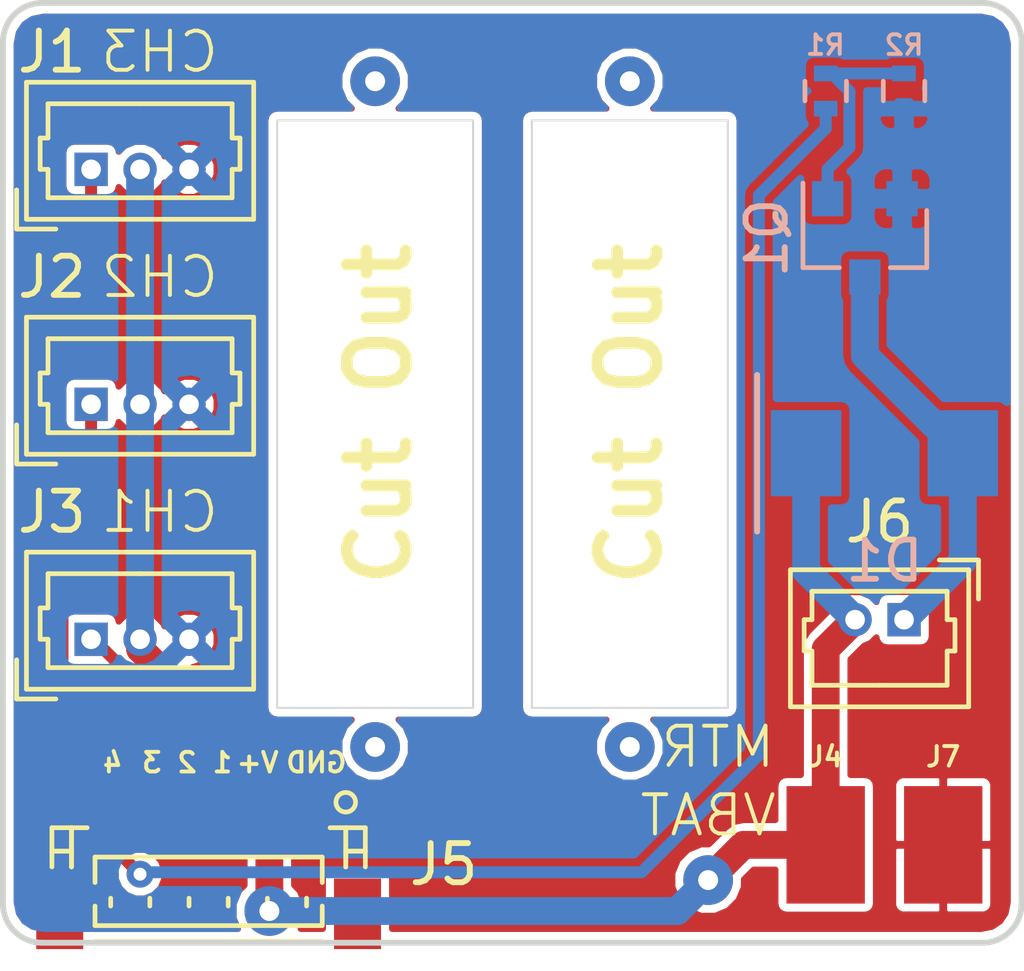
<source format=kicad_pcb>
(kicad_pcb (version 4) (host pcbnew 4.0.6)

  (general
    (links 20)
    (no_connects 0)
    (area 133.276171 87.924999 166.598829 112.877401)
    (thickness 1.6002)
    (drawings 29)
    (tracks 53)
    (zones 0)
    (modules 11)
    (nets 9)
  )

  (page USLetter)
  (title_block
    (title "Power Switch")
    (date 2017-04-29)
    (rev 1.0)
  )

  (layers
    (0 F.Cu signal)
    (31 B.Cu signal)
    (34 B.Paste user)
    (35 F.Paste user)
    (36 B.SilkS user)
    (37 F.SilkS user)
    (38 B.Mask user)
    (39 F.Mask user)
    (40 Dwgs.User user)
    (41 Cmts.User user)
    (42 Eco1.User user)
    (43 Eco2.User user)
    (44 Edge.Cuts user)
    (45 Margin user)
    (46 B.CrtYd user)
    (47 F.CrtYd user)
  )

  (setup
    (last_trace_width 0.1524)
    (user_trace_width 0.3048)
    (user_trace_width 0.71)
    (trace_clearance 0.1524)
    (zone_clearance 0.2)
    (zone_45_only no)
    (trace_min 0.1524)
    (segment_width 0.2)
    (edge_width 0.05)
    (via_size 0.6858)
    (via_drill 0.3302)
    (via_min_size 0.6858)
    (via_min_drill 0.3302)
    (user_via 1.27 0.508)
    (uvia_size 0.762)
    (uvia_drill 0.508)
    (uvias_allowed no)
    (uvia_min_size 0)
    (uvia_min_drill 0)
    (pcb_text_width 0.3)
    (pcb_text_size 1.5 1.5)
    (mod_edge_width 0.15)
    (mod_text_size 1 1)
    (mod_text_width 0.15)
    (pad_size 1.524 1.524)
    (pad_drill 0.762)
    (pad_to_mask_clearance 0.2)
    (aux_axis_origin 0 0)
    (visible_elements 7FFEFFF9)
    (pcbplotparams
      (layerselection 0x00030_80000001)
      (usegerberextensions false)
      (excludeedgelayer true)
      (linewidth 0.100000)
      (plotframeref false)
      (viasonmask false)
      (mode 1)
      (useauxorigin false)
      (hpglpennumber 1)
      (hpglpenspeed 20)
      (hpglpendiameter 15)
      (hpglpenoverlay 2)
      (psnegative false)
      (psa4output false)
      (plotreference true)
      (plotvalue true)
      (plotinvisibletext false)
      (padsonsilk false)
      (subtractmaskfromsilk false)
      (outputformat 1)
      (mirror false)
      (drillshape 1)
      (scaleselection 1)
      (outputdirectory ""))
  )

  (net 0 "")
  (net 1 GND)
  (net 2 "Net-(Q1-Pad1)")
  (net 3 +BATT)
  (net 4 "Net-(J5-Pad6)")
  (net 5 "Net-(D1-PadA)")
  (net 6 "Net-(J1-Pad1)")
  (net 7 "Net-(J2-Pad1)")
  (net 8 "Net-(J3-Pad1)")

  (net_class Default "This is the default net class."
    (clearance 0.1524)
    (trace_width 0.1524)
    (via_dia 0.6858)
    (via_drill 0.3302)
    (uvia_dia 0.762)
    (uvia_drill 0.508)
    (add_net +BATT)
    (add_net GND)
    (add_net "Net-(D1-PadA)")
    (add_net "Net-(J1-Pad1)")
    (add_net "Net-(J2-Pad1)")
    (add_net "Net-(J3-Pad1)")
    (add_net "Net-(J5-Pad6)")
    (add_net "Net-(Q1-Pad1)")
  )

  (module Resistors_SMD:R_0402 (layer B.Cu) (tedit 59062247) (tstamp 59055FED)
    (at 158 90.25 270)
    (descr "Resistor SMD 0402, reflow soldering, Vishay (see dcrcw.pdf)")
    (tags "resistor 0402")
    (path /596A6C26)
    (attr smd)
    (fp_text reference R1 (at -1.175 0.01 360) (layer B.SilkS)
      (effects (font (size 0.5 0.5) (thickness 0.1)) (justify mirror))
    )
    (fp_text value 100R (at 0 -1.45 270) (layer B.Fab)
      (effects (font (size 1 1) (thickness 0.15)) (justify mirror))
    )
    (fp_text user %R (at 0 1.35 270) (layer B.Fab)
      (effects (font (size 1 1) (thickness 0.15)) (justify mirror))
    )
    (fp_line (start -0.5 -0.25) (end -0.5 0.25) (layer B.Fab) (width 0.1))
    (fp_line (start 0.5 -0.25) (end -0.5 -0.25) (layer B.Fab) (width 0.1))
    (fp_line (start 0.5 0.25) (end 0.5 -0.25) (layer B.Fab) (width 0.1))
    (fp_line (start -0.5 0.25) (end 0.5 0.25) (layer B.Fab) (width 0.1))
    (fp_line (start 0.25 0.53) (end -0.25 0.53) (layer B.SilkS) (width 0.12))
    (fp_line (start -0.25 -0.53) (end 0.25 -0.53) (layer B.SilkS) (width 0.12))
    (fp_line (start -0.8 0.45) (end 0.8 0.45) (layer B.CrtYd) (width 0.05))
    (fp_line (start -0.8 0.45) (end -0.8 -0.45) (layer B.CrtYd) (width 0.05))
    (fp_line (start 0.8 -0.45) (end 0.8 0.45) (layer B.CrtYd) (width 0.05))
    (fp_line (start 0.8 -0.45) (end -0.8 -0.45) (layer B.CrtYd) (width 0.05))
    (pad 1 smd rect (at -0.45 0 270) (size 0.4 0.6) (layers B.Cu B.Paste B.Mask)
      (net 2 "Net-(Q1-Pad1)"))
    (pad 2 smd rect (at 0.45 0 270) (size 0.4 0.6) (layers B.Cu B.Paste B.Mask)
      (net 4 "Net-(J5-Pad6)"))
    (model ${KISYS3DMOD}/Resistors_SMD.3dshapes/R_0402.wrl
      (at (xyz 0 0 0))
      (scale (xyz 1 1 1))
      (rotate (xyz 0 0 0))
    )
  )

  (module Resistors_SMD:R_0402 (layer B.Cu) (tedit 59062212) (tstamp 59055FF3)
    (at 160 90.25 90)
    (descr "Resistor SMD 0402, reflow soldering, Vishay (see dcrcw.pdf)")
    (tags "resistor 0402")
    (path /596A6CDA)
    (attr smd)
    (fp_text reference R2 (at 1.175 0 180) (layer B.SilkS)
      (effects (font (size 0.5 0.5) (thickness 0.1)) (justify mirror))
    )
    (fp_text value 10k (at 0 -1.45 90) (layer B.Fab)
      (effects (font (size 1 1) (thickness 0.15)) (justify mirror))
    )
    (fp_text user %R (at 0 1.35 90) (layer B.Fab)
      (effects (font (size 1 1) (thickness 0.15)) (justify mirror))
    )
    (fp_line (start -0.5 -0.25) (end -0.5 0.25) (layer B.Fab) (width 0.1))
    (fp_line (start 0.5 -0.25) (end -0.5 -0.25) (layer B.Fab) (width 0.1))
    (fp_line (start 0.5 0.25) (end 0.5 -0.25) (layer B.Fab) (width 0.1))
    (fp_line (start -0.5 0.25) (end 0.5 0.25) (layer B.Fab) (width 0.1))
    (fp_line (start 0.25 0.53) (end -0.25 0.53) (layer B.SilkS) (width 0.12))
    (fp_line (start -0.25 -0.53) (end 0.25 -0.53) (layer B.SilkS) (width 0.12))
    (fp_line (start -0.8 0.45) (end 0.8 0.45) (layer B.CrtYd) (width 0.05))
    (fp_line (start -0.8 0.45) (end -0.8 -0.45) (layer B.CrtYd) (width 0.05))
    (fp_line (start 0.8 -0.45) (end 0.8 0.45) (layer B.CrtYd) (width 0.05))
    (fp_line (start 0.8 -0.45) (end -0.8 -0.45) (layer B.CrtYd) (width 0.05))
    (pad 1 smd rect (at -0.45 0 90) (size 0.4 0.6) (layers B.Cu B.Paste B.Mask)
      (net 1 GND))
    (pad 2 smd rect (at 0.45 0 90) (size 0.4 0.6) (layers B.Cu B.Paste B.Mask)
      (net 2 "Net-(Q1-Pad1)"))
    (model ${KISYS3DMOD}/Resistors_SMD.3dshapes/R_0402.wrl
      (at (xyz 0 0 0))
      (scale (xyz 1 1 1))
      (rotate (xyz 0 0 0))
    )
  )

  (module Connectors_Molex:Molex_PicoBlade_53047-0310_03x1.25mm_Straight (layer F.Cu) (tedit 58A3B615) (tstamp 596A7F4E)
    (at 139.25 92.25)
    (descr "Molex PicoBlade, single row, top entry type, through hole, PN:53047-0310")
    (tags "connector molex picoblade")
    (path /596A4E12)
    (fp_text reference J1 (at -1 -3) (layer F.SilkS)
      (effects (font (size 1 1) (thickness 0.15)))
    )
    (fp_text value CONN_01X03_MALE (at 1.25 -3.25) (layer F.Fab)
      (effects (font (size 1 1) (thickness 0.15)))
    )
    (fp_line (start -2 -2.55) (end -2 1.6) (layer F.CrtYd) (width 0.05))
    (fp_line (start -2 1.6) (end 4.5 1.6) (layer F.CrtYd) (width 0.05))
    (fp_line (start 4.5 1.6) (end 4.5 -2.55) (layer F.CrtYd) (width 0.05))
    (fp_line (start 4.5 -2.55) (end -2 -2.55) (layer F.CrtYd) (width 0.05))
    (fp_line (start -1.5 -2.075) (end -1.5 1.125) (layer F.Fab) (width 0.1))
    (fp_line (start -1.5 1.125) (end 4 1.125) (layer F.Fab) (width 0.1))
    (fp_line (start 4 1.125) (end 4 -2.075) (layer F.Fab) (width 0.1))
    (fp_line (start 4 -2.075) (end -1.5 -2.075) (layer F.Fab) (width 0.1))
    (fp_line (start -1.65 -2.225) (end -1.65 1.275) (layer F.SilkS) (width 0.12))
    (fp_line (start -1.65 1.275) (end 4.15 1.275) (layer F.SilkS) (width 0.12))
    (fp_line (start 4.15 1.275) (end 4.15 -2.225) (layer F.SilkS) (width 0.12))
    (fp_line (start 4.15 -2.225) (end -1.65 -2.225) (layer F.SilkS) (width 0.12))
    (fp_line (start 1.25 0.725) (end -1.1 0.725) (layer F.SilkS) (width 0.12))
    (fp_line (start -1.1 0.725) (end -1.1 0) (layer F.SilkS) (width 0.12))
    (fp_line (start -1.1 0) (end -1.3 0) (layer F.SilkS) (width 0.12))
    (fp_line (start -1.3 0) (end -1.3 -0.8) (layer F.SilkS) (width 0.12))
    (fp_line (start -1.3 -0.8) (end -1.1 -0.8) (layer F.SilkS) (width 0.12))
    (fp_line (start -1.1 -0.8) (end -1.1 -1.675) (layer F.SilkS) (width 0.12))
    (fp_line (start -1.1 -1.675) (end 1.25 -1.675) (layer F.SilkS) (width 0.12))
    (fp_line (start 1.25 0.725) (end 3.6 0.725) (layer F.SilkS) (width 0.12))
    (fp_line (start 3.6 0.725) (end 3.6 0) (layer F.SilkS) (width 0.12))
    (fp_line (start 3.6 0) (end 3.8 0) (layer F.SilkS) (width 0.12))
    (fp_line (start 3.8 0) (end 3.8 -0.8) (layer F.SilkS) (width 0.12))
    (fp_line (start 3.8 -0.8) (end 3.6 -0.8) (layer F.SilkS) (width 0.12))
    (fp_line (start 3.6 -0.8) (end 3.6 -1.675) (layer F.SilkS) (width 0.12))
    (fp_line (start 3.6 -1.675) (end 1.25 -1.675) (layer F.SilkS) (width 0.12))
    (fp_line (start -1.9 1.525) (end -1.9 0.525) (layer F.SilkS) (width 0.12))
    (fp_line (start -1.9 1.525) (end -0.9 1.525) (layer F.SilkS) (width 0.12))
    (fp_text user %R (at 1.25 -1.25) (layer F.Fab)
      (effects (font (size 1 1) (thickness 0.15)))
    )
    (pad 1 thru_hole rect (at 0 0) (size 0.85 0.85) (drill 0.5) (layers *.Cu *.Mask)
      (net 6 "Net-(J1-Pad1)"))
    (pad 2 thru_hole circle (at 1.25 0) (size 0.85 0.85) (drill 0.5) (layers *.Cu *.Mask)
      (net 3 +BATT))
    (pad 3 thru_hole circle (at 2.5 0) (size 0.85 0.85) (drill 0.5) (layers *.Cu *.Mask)
      (net 1 GND))
    (model ${KISYS3DMOD}/Connectors_Molex.3dshapes/Molex_PicoBlade_53047-0310_03x1.25mm_Straight.wrl
      (at (xyz 0 0 0))
      (scale (xyz 1 1 1))
      (rotate (xyz 0 0 0))
    )
  )

  (module Connectors_Molex:Molex_PicoBlade_53047-0310_03x1.25mm_Straight (layer F.Cu) (tedit 58A3B615) (tstamp 596A7F5A)
    (at 139.25 98.25)
    (descr "Molex PicoBlade, single row, top entry type, through hole, PN:53047-0310")
    (tags "connector molex picoblade")
    (path /596A4A37)
    (fp_text reference J2 (at -1 -3.25) (layer F.SilkS)
      (effects (font (size 1 1) (thickness 0.15)))
    )
    (fp_text value CONN_01X03_MALE (at 1.25 -3.25) (layer F.Fab)
      (effects (font (size 1 1) (thickness 0.15)))
    )
    (fp_line (start -2 -2.55) (end -2 1.6) (layer F.CrtYd) (width 0.05))
    (fp_line (start -2 1.6) (end 4.5 1.6) (layer F.CrtYd) (width 0.05))
    (fp_line (start 4.5 1.6) (end 4.5 -2.55) (layer F.CrtYd) (width 0.05))
    (fp_line (start 4.5 -2.55) (end -2 -2.55) (layer F.CrtYd) (width 0.05))
    (fp_line (start -1.5 -2.075) (end -1.5 1.125) (layer F.Fab) (width 0.1))
    (fp_line (start -1.5 1.125) (end 4 1.125) (layer F.Fab) (width 0.1))
    (fp_line (start 4 1.125) (end 4 -2.075) (layer F.Fab) (width 0.1))
    (fp_line (start 4 -2.075) (end -1.5 -2.075) (layer F.Fab) (width 0.1))
    (fp_line (start -1.65 -2.225) (end -1.65 1.275) (layer F.SilkS) (width 0.12))
    (fp_line (start -1.65 1.275) (end 4.15 1.275) (layer F.SilkS) (width 0.12))
    (fp_line (start 4.15 1.275) (end 4.15 -2.225) (layer F.SilkS) (width 0.12))
    (fp_line (start 4.15 -2.225) (end -1.65 -2.225) (layer F.SilkS) (width 0.12))
    (fp_line (start 1.25 0.725) (end -1.1 0.725) (layer F.SilkS) (width 0.12))
    (fp_line (start -1.1 0.725) (end -1.1 0) (layer F.SilkS) (width 0.12))
    (fp_line (start -1.1 0) (end -1.3 0) (layer F.SilkS) (width 0.12))
    (fp_line (start -1.3 0) (end -1.3 -0.8) (layer F.SilkS) (width 0.12))
    (fp_line (start -1.3 -0.8) (end -1.1 -0.8) (layer F.SilkS) (width 0.12))
    (fp_line (start -1.1 -0.8) (end -1.1 -1.675) (layer F.SilkS) (width 0.12))
    (fp_line (start -1.1 -1.675) (end 1.25 -1.675) (layer F.SilkS) (width 0.12))
    (fp_line (start 1.25 0.725) (end 3.6 0.725) (layer F.SilkS) (width 0.12))
    (fp_line (start 3.6 0.725) (end 3.6 0) (layer F.SilkS) (width 0.12))
    (fp_line (start 3.6 0) (end 3.8 0) (layer F.SilkS) (width 0.12))
    (fp_line (start 3.8 0) (end 3.8 -0.8) (layer F.SilkS) (width 0.12))
    (fp_line (start 3.8 -0.8) (end 3.6 -0.8) (layer F.SilkS) (width 0.12))
    (fp_line (start 3.6 -0.8) (end 3.6 -1.675) (layer F.SilkS) (width 0.12))
    (fp_line (start 3.6 -1.675) (end 1.25 -1.675) (layer F.SilkS) (width 0.12))
    (fp_line (start -1.9 1.525) (end -1.9 0.525) (layer F.SilkS) (width 0.12))
    (fp_line (start -1.9 1.525) (end -0.9 1.525) (layer F.SilkS) (width 0.12))
    (fp_text user %R (at 1.25 -1.25) (layer F.Fab)
      (effects (font (size 1 1) (thickness 0.15)))
    )
    (pad 1 thru_hole rect (at 0 0) (size 0.85 0.85) (drill 0.5) (layers *.Cu *.Mask)
      (net 7 "Net-(J2-Pad1)"))
    (pad 2 thru_hole circle (at 1.25 0) (size 0.85 0.85) (drill 0.5) (layers *.Cu *.Mask)
      (net 3 +BATT))
    (pad 3 thru_hole circle (at 2.5 0) (size 0.85 0.85) (drill 0.5) (layers *.Cu *.Mask)
      (net 1 GND))
    (model ${KISYS3DMOD}/Connectors_Molex.3dshapes/Molex_PicoBlade_53047-0310_03x1.25mm_Straight.wrl
      (at (xyz 0 0 0))
      (scale (xyz 1 1 1))
      (rotate (xyz 0 0 0))
    )
  )

  (module Connectors_Molex:Molex_PicoBlade_53047-0310_03x1.25mm_Straight (layer F.Cu) (tedit 58A3B615) (tstamp 596A7F61)
    (at 139.25 104.25)
    (descr "Molex PicoBlade, single row, top entry type, through hole, PN:53047-0310")
    (tags "connector molex picoblade")
    (path /596A4DD9)
    (fp_text reference J3 (at -1 -3.25) (layer F.SilkS)
      (effects (font (size 1 1) (thickness 0.15)))
    )
    (fp_text value CONN_01X03_MALE (at 1.25 -3.25) (layer F.Fab)
      (effects (font (size 1 1) (thickness 0.15)))
    )
    (fp_line (start -2 -2.55) (end -2 1.6) (layer F.CrtYd) (width 0.05))
    (fp_line (start -2 1.6) (end 4.5 1.6) (layer F.CrtYd) (width 0.05))
    (fp_line (start 4.5 1.6) (end 4.5 -2.55) (layer F.CrtYd) (width 0.05))
    (fp_line (start 4.5 -2.55) (end -2 -2.55) (layer F.CrtYd) (width 0.05))
    (fp_line (start -1.5 -2.075) (end -1.5 1.125) (layer F.Fab) (width 0.1))
    (fp_line (start -1.5 1.125) (end 4 1.125) (layer F.Fab) (width 0.1))
    (fp_line (start 4 1.125) (end 4 -2.075) (layer F.Fab) (width 0.1))
    (fp_line (start 4 -2.075) (end -1.5 -2.075) (layer F.Fab) (width 0.1))
    (fp_line (start -1.65 -2.225) (end -1.65 1.275) (layer F.SilkS) (width 0.12))
    (fp_line (start -1.65 1.275) (end 4.15 1.275) (layer F.SilkS) (width 0.12))
    (fp_line (start 4.15 1.275) (end 4.15 -2.225) (layer F.SilkS) (width 0.12))
    (fp_line (start 4.15 -2.225) (end -1.65 -2.225) (layer F.SilkS) (width 0.12))
    (fp_line (start 1.25 0.725) (end -1.1 0.725) (layer F.SilkS) (width 0.12))
    (fp_line (start -1.1 0.725) (end -1.1 0) (layer F.SilkS) (width 0.12))
    (fp_line (start -1.1 0) (end -1.3 0) (layer F.SilkS) (width 0.12))
    (fp_line (start -1.3 0) (end -1.3 -0.8) (layer F.SilkS) (width 0.12))
    (fp_line (start -1.3 -0.8) (end -1.1 -0.8) (layer F.SilkS) (width 0.12))
    (fp_line (start -1.1 -0.8) (end -1.1 -1.675) (layer F.SilkS) (width 0.12))
    (fp_line (start -1.1 -1.675) (end 1.25 -1.675) (layer F.SilkS) (width 0.12))
    (fp_line (start 1.25 0.725) (end 3.6 0.725) (layer F.SilkS) (width 0.12))
    (fp_line (start 3.6 0.725) (end 3.6 0) (layer F.SilkS) (width 0.12))
    (fp_line (start 3.6 0) (end 3.8 0) (layer F.SilkS) (width 0.12))
    (fp_line (start 3.8 0) (end 3.8 -0.8) (layer F.SilkS) (width 0.12))
    (fp_line (start 3.8 -0.8) (end 3.6 -0.8) (layer F.SilkS) (width 0.12))
    (fp_line (start 3.6 -0.8) (end 3.6 -1.675) (layer F.SilkS) (width 0.12))
    (fp_line (start 3.6 -1.675) (end 1.25 -1.675) (layer F.SilkS) (width 0.12))
    (fp_line (start -1.9 1.525) (end -1.9 0.525) (layer F.SilkS) (width 0.12))
    (fp_line (start -1.9 1.525) (end -0.9 1.525) (layer F.SilkS) (width 0.12))
    (fp_text user %R (at 1.25 -1.25) (layer F.Fab)
      (effects (font (size 1 1) (thickness 0.15)))
    )
    (pad 1 thru_hole rect (at 0 0) (size 0.85 0.85) (drill 0.5) (layers *.Cu *.Mask)
      (net 8 "Net-(J3-Pad1)"))
    (pad 2 thru_hole circle (at 1.25 0) (size 0.85 0.85) (drill 0.5) (layers *.Cu *.Mask)
      (net 3 +BATT))
    (pad 3 thru_hole circle (at 2.5 0) (size 0.85 0.85) (drill 0.5) (layers *.Cu *.Mask)
      (net 1 GND))
    (model ${KISYS3DMOD}/Connectors_Molex.3dshapes/Molex_PicoBlade_53047-0310_03x1.25mm_Straight.wrl
      (at (xyz 0 0 0))
      (scale (xyz 1 1 1))
      (rotate (xyz 0 0 0))
    )
  )

  (module local:SMD_Battery_Pad_Small (layer F.Cu) (tedit 596A7E9F) (tstamp 596A7F66)
    (at 158 109.5)
    (descr "Mesurement Point, Square, SMD Pad,  3mm x 3mm,")
    (tags "Mesurement Point Square SMD Pad 3x3mm")
    (path /596A8636)
    (attr virtual)
    (fp_text reference J4 (at 0 -2.25) (layer F.SilkS)
      (effects (font (size 0.5 0.5) (thickness 0.1)))
    )
    (fp_text value CONN_01X01_MALE (at 0 2.25) (layer F.Fab)
      (effects (font (size 0.5 0.5) (thickness 0.1)))
    )
    (fp_line (start -1.225 -1.775) (end 1.25 -1.775) (layer F.CrtYd) (width 0.05))
    (fp_line (start 1.25 -1.75) (end 1.25 1.75) (layer F.CrtYd) (width 0.05))
    (fp_line (start 1.25 1.75) (end -1.25 1.75) (layer F.CrtYd) (width 0.05))
    (fp_line (start -1.25 1.75) (end -1.25 -1.75) (layer F.CrtYd) (width 0.05))
    (pad 1 smd rect (at 0 0) (size 2 3) (layers F.Cu F.Mask)
      (net 3 +BATT))
  )

  (module Connectors_Molex:Molex_PicoBlade_53047-0210_02x1.25mm_Straight (layer F.Cu) (tedit 58A3B615) (tstamp 596A7F78)
    (at 160 103.75 180)
    (descr "Molex PicoBlade, single row, top entry type, through hole, PN:53047-0210")
    (tags "connector molex picoblade")
    (path /596A6F85)
    (fp_text reference J6 (at 0.625 2.5 180) (layer F.SilkS)
      (effects (font (size 1 1) (thickness 0.15)))
    )
    (fp_text value CONN_01X02_MALE (at 0.625 -3.25 180) (layer F.Fab)
      (effects (font (size 1 1) (thickness 0.15)))
    )
    (fp_line (start -2 -2.55) (end -2 1.6) (layer F.CrtYd) (width 0.05))
    (fp_line (start -2 1.6) (end 3.25 1.6) (layer F.CrtYd) (width 0.05))
    (fp_line (start 3.25 1.6) (end 3.25 -2.55) (layer F.CrtYd) (width 0.05))
    (fp_line (start 3.25 -2.55) (end -2 -2.55) (layer F.CrtYd) (width 0.05))
    (fp_line (start -1.5 -2.075) (end -1.5 1.125) (layer F.Fab) (width 0.1))
    (fp_line (start -1.5 1.125) (end 2.75 1.125) (layer F.Fab) (width 0.1))
    (fp_line (start 2.75 1.125) (end 2.75 -2.075) (layer F.Fab) (width 0.1))
    (fp_line (start 2.75 -2.075) (end -1.5 -2.075) (layer F.Fab) (width 0.1))
    (fp_line (start -1.65 -2.225) (end -1.65 1.275) (layer F.SilkS) (width 0.12))
    (fp_line (start -1.65 1.275) (end 2.9 1.275) (layer F.SilkS) (width 0.12))
    (fp_line (start 2.9 1.275) (end 2.9 -2.225) (layer F.SilkS) (width 0.12))
    (fp_line (start 2.9 -2.225) (end -1.65 -2.225) (layer F.SilkS) (width 0.12))
    (fp_line (start 0.625 0.725) (end -1.1 0.725) (layer F.SilkS) (width 0.12))
    (fp_line (start -1.1 0.725) (end -1.1 0) (layer F.SilkS) (width 0.12))
    (fp_line (start -1.1 0) (end -1.3 0) (layer F.SilkS) (width 0.12))
    (fp_line (start -1.3 0) (end -1.3 -0.8) (layer F.SilkS) (width 0.12))
    (fp_line (start -1.3 -0.8) (end -1.1 -0.8) (layer F.SilkS) (width 0.12))
    (fp_line (start -1.1 -0.8) (end -1.1 -1.675) (layer F.SilkS) (width 0.12))
    (fp_line (start -1.1 -1.675) (end 0.625 -1.675) (layer F.SilkS) (width 0.12))
    (fp_line (start 0.625 0.725) (end 2.35 0.725) (layer F.SilkS) (width 0.12))
    (fp_line (start 2.35 0.725) (end 2.35 0) (layer F.SilkS) (width 0.12))
    (fp_line (start 2.35 0) (end 2.55 0) (layer F.SilkS) (width 0.12))
    (fp_line (start 2.55 0) (end 2.55 -0.8) (layer F.SilkS) (width 0.12))
    (fp_line (start 2.55 -0.8) (end 2.35 -0.8) (layer F.SilkS) (width 0.12))
    (fp_line (start 2.35 -0.8) (end 2.35 -1.675) (layer F.SilkS) (width 0.12))
    (fp_line (start 2.35 -1.675) (end 0.625 -1.675) (layer F.SilkS) (width 0.12))
    (fp_line (start -1.9 1.525) (end -1.9 0.525) (layer F.SilkS) (width 0.12))
    (fp_line (start -1.9 1.525) (end -0.9 1.525) (layer F.SilkS) (width 0.12))
    (fp_text user %R (at 0.625 -1.25 180) (layer F.Fab)
      (effects (font (size 1 1) (thickness 0.15)))
    )
    (pad 1 thru_hole rect (at 0 0 180) (size 0.85 0.85) (drill 0.5) (layers *.Cu *.Mask)
      (net 5 "Net-(D1-PadA)"))
    (pad 2 thru_hole circle (at 1.25 0 180) (size 0.85 0.85) (drill 0.5) (layers *.Cu *.Mask)
      (net 3 +BATT))
    (model ${KISYS3DMOD}/Connectors_Molex.3dshapes/Molex_PicoBlade_53047-0210_02x1.25mm_Straight.wrl
      (at (xyz 0 0 0))
      (scale (xyz 1 1 1))
      (rotate (xyz 0 0 0))
    )
  )

  (module local:SMD_Battery_Pad_Small (layer F.Cu) (tedit 596A7E9F) (tstamp 596A7F7D)
    (at 161 109.5)
    (descr "Mesurement Point, Square, SMD Pad,  3mm x 3mm,")
    (tags "Mesurement Point Square SMD Pad 3x3mm")
    (path /596A8742)
    (attr virtual)
    (fp_text reference J7 (at 0 -2.25) (layer F.SilkS)
      (effects (font (size 0.5 0.5) (thickness 0.1)))
    )
    (fp_text value CONN_01X01_MALE (at 0 2.25) (layer F.Fab)
      (effects (font (size 0.5 0.5) (thickness 0.1)))
    )
    (fp_line (start -1.225 -1.775) (end 1.25 -1.775) (layer F.CrtYd) (width 0.05))
    (fp_line (start 1.25 -1.75) (end 1.25 1.75) (layer F.CrtYd) (width 0.05))
    (fp_line (start 1.25 1.75) (end -1.25 1.75) (layer F.CrtYd) (width 0.05))
    (fp_line (start -1.25 1.75) (end -1.25 -1.75) (layer F.CrtYd) (width 0.05))
    (pad 1 smd rect (at 0 0) (size 2 3) (layers F.Cu F.Mask)
      (net 1 GND))
  )

  (module TO_SOT_Packages_SMD:SOT-23 (layer B.Cu) (tedit 58CE4E7E) (tstamp 596A7F7E)
    (at 159 94 270)
    (descr "SOT-23, Standard")
    (tags SOT-23)
    (path /596A7EDB)
    (attr smd)
    (fp_text reference Q1 (at 0 2.5 270) (layer B.SilkS)
      (effects (font (size 1 1) (thickness 0.15)) (justify mirror))
    )
    (fp_text value SSM3K329R (at 0 -2.5 270) (layer B.Fab)
      (effects (font (size 1 1) (thickness 0.15)) (justify mirror))
    )
    (fp_text user %R (at 0 0 270) (layer B.Fab)
      (effects (font (size 0.5 0.5) (thickness 0.075)) (justify mirror))
    )
    (fp_line (start -0.7 0.95) (end -0.7 -1.5) (layer B.Fab) (width 0.1))
    (fp_line (start -0.15 1.52) (end 0.7 1.52) (layer B.Fab) (width 0.1))
    (fp_line (start -0.7 0.95) (end -0.15 1.52) (layer B.Fab) (width 0.1))
    (fp_line (start 0.7 1.52) (end 0.7 -1.52) (layer B.Fab) (width 0.1))
    (fp_line (start -0.7 -1.52) (end 0.7 -1.52) (layer B.Fab) (width 0.1))
    (fp_line (start 0.76 -1.58) (end 0.76 -0.65) (layer B.SilkS) (width 0.12))
    (fp_line (start 0.76 1.58) (end 0.76 0.65) (layer B.SilkS) (width 0.12))
    (fp_line (start -1.7 1.75) (end 1.7 1.75) (layer B.CrtYd) (width 0.05))
    (fp_line (start 1.7 1.75) (end 1.7 -1.75) (layer B.CrtYd) (width 0.05))
    (fp_line (start 1.7 -1.75) (end -1.7 -1.75) (layer B.CrtYd) (width 0.05))
    (fp_line (start -1.7 -1.75) (end -1.7 1.75) (layer B.CrtYd) (width 0.05))
    (fp_line (start 0.76 1.58) (end -1.4 1.58) (layer B.SilkS) (width 0.12))
    (fp_line (start 0.76 -1.58) (end -0.7 -1.58) (layer B.SilkS) (width 0.12))
    (pad 1 smd rect (at -1 0.95 270) (size 0.9 0.8) (layers B.Cu B.Paste B.Mask)
      (net 2 "Net-(Q1-Pad1)"))
    (pad 2 smd rect (at -1 -0.95 270) (size 0.9 0.8) (layers B.Cu B.Paste B.Mask)
      (net 1 GND))
    (pad 3 smd rect (at 1 0 270) (size 0.9 0.8) (layers B.Cu B.Paste B.Mask)
      (net 5 "Net-(D1-PadA)"))
    (model ${KISYS3DMOD}/TO_SOT_Packages_SMD.3dshapes/SOT-23.wrl
      (at (xyz 0 0 0))
      (scale (xyz 1 1 1))
      (rotate (xyz 0 0 0))
    )
  )

  (module Connectors_JST:JST_SH_BM06B-SRSS-TB_06x1.00mm_Straight (layer F.Cu) (tedit 56B07435) (tstamp 596A9A2E)
    (at 142.25 110 180)
    (descr http://www.jst-mfg.com/product/pdf/eng/eSH.pdf)
    (tags "connector jst sh")
    (path /596A6758)
    (attr smd)
    (fp_text reference J5 (at -6 0 180) (layer F.SilkS)
      (effects (font (size 1 1) (thickness 0.15)))
    )
    (fp_text value CONN_01X06 (at 0 3.5 180) (layer F.Fab)
      (effects (font (size 1 1) (thickness 0.15)))
    )
    (fp_circle (center -3.5 1.5875) (end -3.25 1.5875) (layer F.SilkS) (width 0.12))
    (fp_line (start -2.9 -1.9625) (end 2.9 -1.9625) (layer F.SilkS) (width 0.12))
    (fp_line (start -4 -0.0625) (end -4 0.9375) (layer F.SilkS) (width 0.12))
    (fp_line (start -4 0.9375) (end -3.1 0.9375) (layer F.SilkS) (width 0.12))
    (fp_line (start -3.5 0.9375) (end -3.5 -0.0625) (layer F.SilkS) (width 0.12))
    (fp_line (start -3.5 -0.0625) (end -3.5 -0.0625) (layer F.SilkS) (width 0.12))
    (fp_line (start -3.5 -0.0625) (end -3.5 0.9375) (layer F.SilkS) (width 0.12))
    (fp_line (start -3.5 0.9375) (end -3.5 0.9375) (layer F.SilkS) (width 0.12))
    (fp_line (start -3.5 0.3375) (end -3.5 0.3375) (layer F.SilkS) (width 0.12))
    (fp_line (start -3.5 0.3375) (end -4 0.3375) (layer F.SilkS) (width 0.12))
    (fp_line (start -4 0.3375) (end -4 0.3375) (layer F.SilkS) (width 0.12))
    (fp_line (start -4 0.3375) (end -3.5 0.3375) (layer F.SilkS) (width 0.12))
    (fp_line (start 4 -0.0625) (end 4 0.9375) (layer F.SilkS) (width 0.12))
    (fp_line (start 4 0.9375) (end 3.1 0.9375) (layer F.SilkS) (width 0.12))
    (fp_line (start 3.5 0.9375) (end 3.5 -0.0625) (layer F.SilkS) (width 0.12))
    (fp_line (start 3.5 -0.0625) (end 3.5 -0.0625) (layer F.SilkS) (width 0.12))
    (fp_line (start 3.5 -0.0625) (end 3.5 0.9375) (layer F.SilkS) (width 0.12))
    (fp_line (start 3.5 0.9375) (end 3.5 0.9375) (layer F.SilkS) (width 0.12))
    (fp_line (start 3.5 0.3375) (end 3.5 0.3375) (layer F.SilkS) (width 0.12))
    (fp_line (start 3.5 0.3375) (end 4 0.3375) (layer F.SilkS) (width 0.12))
    (fp_line (start 4 0.3375) (end 4 0.3375) (layer F.SilkS) (width 0.12))
    (fp_line (start 4 0.3375) (end 3.5 0.3375) (layer F.SilkS) (width 0.12))
    (fp_line (start -2.9 -1.0625) (end -2.9 -1.5625) (layer F.SilkS) (width 0.12))
    (fp_line (start -2.9 -1.5625) (end 2.9 -1.5625) (layer F.SilkS) (width 0.12))
    (fp_line (start 2.9 -1.5625) (end 2.9 -1.0625) (layer F.SilkS) (width 0.12))
    (fp_line (start -2.9 -0.4625) (end -2.9 0.1875) (layer F.SilkS) (width 0.12))
    (fp_line (start -2.9 0.1875) (end 2.9 0.1875) (layer F.SilkS) (width 0.12))
    (fp_line (start 2.9 0.1875) (end 2.9 -0.4625) (layer F.SilkS) (width 0.12))
    (fp_line (start -2.5 -1.0625) (end -2.5 -0.8625) (layer F.SilkS) (width 0.12))
    (fp_line (start -1.5 -1.0625) (end -1.5 -0.8625) (layer F.SilkS) (width 0.12))
    (fp_line (start -0.5 -1.0625) (end -0.5 -0.8625) (layer F.SilkS) (width 0.12))
    (fp_line (start 0.5 -1.0625) (end 0.5 -0.8625) (layer F.SilkS) (width 0.12))
    (fp_line (start 1.5 -1.0625) (end 1.5 -0.8625) (layer F.SilkS) (width 0.12))
    (fp_line (start 2.5 -1.0625) (end 2.5 -0.8625) (layer F.SilkS) (width 0.12))
    (fp_line (start -4.9 2.55) (end -4.9 -2.7) (layer F.CrtYd) (width 0.05))
    (fp_line (start -4.9 -2.7) (end 4.9 -2.7) (layer F.CrtYd) (width 0.05))
    (fp_line (start 4.9 -2.7) (end 4.9 2.55) (layer F.CrtYd) (width 0.05))
    (fp_line (start 4.9 2.55) (end -4.9 2.55) (layer F.CrtYd) (width 0.05))
    (pad 1 smd rect (at -2.5 1.2625 180) (size 0.6 1.55) (layers F.Cu F.Paste F.Mask)
      (net 1 GND))
    (pad 2 smd rect (at -1.5 1.2625 180) (size 0.6 1.55) (layers F.Cu F.Paste F.Mask)
      (net 3 +BATT))
    (pad 3 smd rect (at -0.5 1.2625 180) (size 0.6 1.55) (layers F.Cu F.Paste F.Mask)
      (net 8 "Net-(J3-Pad1)"))
    (pad 4 smd rect (at 0.5 1.2625 180) (size 0.6 1.55) (layers F.Cu F.Paste F.Mask)
      (net 7 "Net-(J2-Pad1)"))
    (pad 5 smd rect (at 1.5 1.2625 180) (size 0.6 1.55) (layers F.Cu F.Paste F.Mask)
      (net 6 "Net-(J1-Pad1)"))
    (pad 6 smd rect (at 2.5 1.2625 180) (size 0.6 1.55) (layers F.Cu F.Paste F.Mask)
      (net 4 "Net-(J5-Pad6)"))
    (pad "" smd rect (at -3.8 -1.2625 180) (size 1.2 1.8) (layers F.Cu F.Paste F.Mask))
    (pad "" smd rect (at 3.8 -1.2625 180) (size 1.2 1.8) (layers F.Cu F.Paste F.Mask))
  )

  (module local:DO-214AA (layer B.Cu) (tedit 56ED6AFE) (tstamp 596AA069)
    (at 159.5 99.5)
    (descr "Jedec DO-214AA diode package. Designed according to Vishay datasheet.")
    (tags "DO-214AA diode")
    (path /596AA3AE)
    (attr smd)
    (fp_text reference D1 (at 0 2.75) (layer B.SilkS)
      (effects (font (size 1 1) (thickness 0.15)) (justify mirror))
    )
    (fp_text value SS22 (at 0.5 0) (layer B.Fab) hide
      (effects (font (size 0.5 0.5) (thickness 0.1)) (justify mirror))
    )
    (fp_line (start 2.75 -1) (end 2.5 -1) (layer B.Fab) (width 0.1))
    (fp_line (start 2.75 1) (end 2.75 -1) (layer B.Fab) (width 0.1))
    (fp_line (start 2.5 1) (end 2.75 1) (layer B.Fab) (width 0.1))
    (fp_line (start -2.75 -1) (end -2.5 -1) (layer B.Fab) (width 0.1))
    (fp_line (start -2.75 -0.75) (end -2.75 -1) (layer B.Fab) (width 0.1))
    (fp_line (start -2.75 1) (end -2.75 -0.75) (layer B.Fab) (width 0.1))
    (fp_line (start -2.5 1) (end -2.75 1) (layer B.Fab) (width 0.1))
    (fp_text user %R (at 0.5 0) (layer B.Fab)
      (effects (font (size 1 1) (thickness 0.15)) (justify mirror))
    )
    (fp_line (start -3.25 2) (end -3.25 -2) (layer B.SilkS) (width 0.15))
    (fp_line (start -1.8 2) (end -1.8 -2) (layer B.Fab) (width 0.3))
    (fp_line (start -2.5 -2) (end -2.5 2) (layer B.Fab) (width 0.1))
    (fp_line (start 2.5 -2) (end -2.5 -2) (layer B.Fab) (width 0.1))
    (fp_line (start 2.5 2) (end 2.5 -2) (layer B.Fab) (width 0.1))
    (fp_line (start -2.5 2) (end 2.5 2) (layer B.Fab) (width 0.1))
    (fp_line (start -3 2.25) (end 3 2.25) (layer B.CrtYd) (width 0.05))
    (fp_line (start 3 2.25) (end 3 -2.25) (layer B.CrtYd) (width 0.05))
    (fp_line (start 3 -2.25) (end -3 -2.25) (layer B.CrtYd) (width 0.05))
    (fp_line (start -3 -2.25) (end -3 2.25) (layer B.CrtYd) (width 0.05))
    (pad A smd rect (at 2 0) (size 1.8 2.2) (layers B.Cu B.Paste B.Mask)
      (net 5 "Net-(D1-PadA)"))
    (pad C smd rect (at -2 0) (size 1.8 2.2) (layers B.Cu B.Paste B.Mask)
      (net 3 +BATT))
  )

  (gr_text "Cut Out" (at 153 98.5 90) (layer F.SilkS) (tstamp 596ADBA6)
    (effects (font (size 1.5 1.5) (thickness 0.3)))
  )
  (gr_text "Cut Out" (at 146.6 98.5 90) (layer F.SilkS)
    (effects (font (size 1.5 1.5) (thickness 0.3)))
  )
  (gr_text CH3 (at 141 89.25) (layer F.SilkS) (tstamp 596AAC57)
    (effects (font (size 1 1) (thickness 0.1)) (justify mirror))
  )
  (gr_text MTR (at 155.25 107) (layer F.SilkS) (tstamp 596AAC5A)
    (effects (font (size 1 1) (thickness 0.1)) (justify mirror))
  )
  (gr_text CH2 (at 141 95) (layer F.SilkS) (tstamp 596AAC4D)
    (effects (font (size 1 1) (thickness 0.1)) (justify mirror))
  )
  (gr_text CH1 (at 141 101) (layer F.SilkS) (tstamp 596AAC04)
    (effects (font (size 1 1) (thickness 0.1)) (justify mirror))
  )
  (gr_text VBAT (at 155 108.75) (layer F.SilkS) (tstamp 596AAB86)
    (effects (font (size 1 1) (thickness 0.1)) (justify mirror))
  )
  (gr_text "4\n" (at 139.8 107.4) (layer F.SilkS) (tstamp 596AAB73)
    (effects (font (size 0.5 0.5) (thickness 0.1)) (justify mirror))
  )
  (gr_text 3 (at 140.8 107.4) (layer F.SilkS) (tstamp 596AAB64)
    (effects (font (size 0.5 0.5) (thickness 0.1)) (justify mirror))
  )
  (gr_text 2 (at 141.7 107.4) (layer F.SilkS) (tstamp 596AAB4B)
    (effects (font (size 0.5 0.5) (thickness 0.1)) (justify mirror))
  )
  (gr_text 1 (at 142.6 107.4) (layer F.SilkS) (tstamp 596AAA5D)
    (effects (font (size 0.5 0.5) (thickness 0.1)) (justify mirror))
  )
  (gr_text V+ (at 143.5 107.4) (layer F.SilkS) (tstamp 596AA96F)
    (effects (font (size 0.5 0.5) (thickness 0.1)) (justify mirror))
  )
  (gr_text "GND\n" (at 145 107.4) (layer F.SilkS)
    (effects (font (size 0.5 0.5) (thickness 0.1)) (justify mirror))
  )
  (gr_line (start 150.5 106) (end 155.5 106) (layer Edge.Cuts) (width 0.05) (tstamp 596A9021))
  (gr_line (start 150.5 106) (end 150.5 91) (layer Edge.Cuts) (width 0.05) (tstamp 596A9010))
  (gr_line (start 155.5 91) (end 155.5 106) (layer Edge.Cuts) (width 0.05) (tstamp 596A900A))
  (gr_line (start 150.5 91) (end 155.5 91) (layer Edge.Cuts) (width 0.05) (tstamp 596A8FFD))
  (gr_line (start 144 106) (end 144 91) (layer Edge.Cuts) (width 0.05))
  (gr_line (start 144 106) (end 149 106) (layer Edge.Cuts) (width 0.05))
  (gr_line (start 149 91) (end 149 106) (layer Edge.Cuts) (width 0.05))
  (gr_line (start 144 91) (end 149 91) (layer Edge.Cuts) (width 0.05))
  (gr_arc (start 138 89) (end 137 89) (angle 90) (layer Edge.Cuts) (width 0.15))
  (gr_arc (start 162 89) (end 162 88) (angle 90) (layer Edge.Cuts) (width 0.15))
  (gr_arc (start 162 111) (end 163 111) (angle 90) (layer Edge.Cuts) (width 0.15))
  (gr_arc (start 138 111) (end 138 112) (angle 90) (layer Edge.Cuts) (width 0.15))
  (gr_line (start 138 112) (end 162 112) (layer Edge.Cuts) (width 0.15))
  (gr_line (start 138 88) (end 162 88) (layer Edge.Cuts) (width 0.15))
  (gr_line (start 163 89) (end 163 111) (layer Edge.Cuts) (width 0.15))
  (gr_line (start 137 89) (end 137 111) (layer Edge.Cuts) (width 0.15))

  (via (at 146.5 107) (size 1.27) (drill 0.508) (layers F.Cu B.Cu) (net 0))
  (via (at 153 107) (size 1.27) (drill 0.508) (layers F.Cu B.Cu) (net 0))
  (via (at 153 90) (size 1.27) (drill 0.508) (layers F.Cu B.Cu) (net 0))
  (via (at 146.5 90) (size 1.27) (drill 0.508) (layers F.Cu B.Cu) (net 0))
  (segment (start 158 89.8) (end 158.148642 89.8) (width 0.3048) (layer B.Cu) (net 2) (status 30))
  (segment (start 158.148642 89.8) (end 158.604801 90.256159) (width 0.3048) (layer B.Cu) (net 2) (status 10))
  (segment (start 158.604801 90.256159) (end 158.604801 91.690399) (width 0.3048) (layer B.Cu) (net 2))
  (segment (start 158.604801 91.690399) (end 158.05 92.2452) (width 0.3048) (layer B.Cu) (net 2))
  (segment (start 158.05 92.2452) (end 158.05 93) (width 0.3048) (layer B.Cu) (net 2) (status 20))
  (segment (start 158 89.8) (end 160 89.8) (width 0.3048) (layer B.Cu) (net 2) (status 30))
  (segment (start 143.75 108.7375) (end 143.75 107.749178) (width 0.71) (layer F.Cu) (net 3))
  (segment (start 143.75 107.749178) (end 140.5 104.499178) (width 0.71) (layer F.Cu) (net 3))
  (segment (start 140.5 104.499178) (end 140.5 104.25) (width 0.71) (layer F.Cu) (net 3))
  (segment (start 143.8 111.1898) (end 143.8 108.7875) (width 0.71) (layer F.Cu) (net 3))
  (segment (start 143.8 108.7875) (end 143.75 108.7375) (width 0.71) (layer F.Cu) (net 3))
  (segment (start 155 110.4) (end 154.2102 111.1898) (width 0.71) (layer B.Cu) (net 3))
  (segment (start 154.2102 111.1898) (end 143.8 111.1898) (width 0.71) (layer B.Cu) (net 3))
  (via (at 143.8 111.1898) (size 1.27) (drill 0.508) (layers F.Cu B.Cu) (net 3))
  (segment (start 158 109.5) (end 155.9 109.5) (width 0.71) (layer F.Cu) (net 3))
  (segment (start 155.9 109.5) (end 155 110.4) (width 0.71) (layer F.Cu) (net 3))
  (via (at 155 110.4) (size 1.27) (drill 0.508) (layers F.Cu B.Cu) (net 3))
  (segment (start 158 109.5) (end 158 104.5) (width 0.71) (layer F.Cu) (net 3))
  (segment (start 158 104.5) (end 158.75 103.75) (width 0.71) (layer F.Cu) (net 3))
  (segment (start 157.5 99.5) (end 157.5 102.5) (width 0.71) (layer B.Cu) (net 3))
  (segment (start 157.5 102.5) (end 158.75 103.75) (width 0.71) (layer B.Cu) (net 3))
  (segment (start 158 109.5) (end 158 110) (width 0.71) (layer F.Cu) (net 3) (status 30))
  (segment (start 140.5 98.25) (end 140.5 92.25) (width 0.71) (layer B.Cu) (net 3) (status 30))
  (segment (start 140.5 104.25) (end 140.5 98.25) (width 0.71) (layer B.Cu) (net 3) (status 30))
  (segment (start 158 90.7) (end 158 91.2048) (width 0.3048) (layer B.Cu) (net 4))
  (segment (start 158 91.2048) (end 156.295199 92.909601) (width 0.3048) (layer B.Cu) (net 4))
  (segment (start 156.295199 92.909601) (end 156.295199 107.204801) (width 0.3048) (layer B.Cu) (net 4))
  (segment (start 156.295199 107.204801) (end 153.3 110.2) (width 0.3048) (layer B.Cu) (net 4))
  (segment (start 153.3 110.2) (end 140.55 110.2) (width 0.3048) (layer B.Cu) (net 4))
  (segment (start 140.55 110.2) (end 140.5 110.25) (width 0.3048) (layer B.Cu) (net 4))
  (segment (start 140.5 110.25) (end 139.75 109.5) (width 0.3048) (layer F.Cu) (net 4))
  (via (at 140.5 110.25) (size 0.6858) (drill 0.3302) (layers F.Cu B.Cu) (net 4))
  (segment (start 161.5 99.5) (end 161.5 102.25) (width 0.71) (layer B.Cu) (net 5))
  (segment (start 161.5 102.25) (end 160 103.75) (width 0.71) (layer B.Cu) (net 5))
  (segment (start 159 95) (end 159 97) (width 0.71) (layer B.Cu) (net 5) (status 10))
  (segment (start 159 97) (end 161.5 99.5) (width 0.71) (layer B.Cu) (net 5) (status 20))
  (segment (start 140.75 108.7375) (end 140.75 107.772984) (width 0.3048) (layer F.Cu) (net 6))
  (segment (start 140.75 107.772984) (end 138.062989 105.085973) (width 0.3048) (layer F.Cu) (net 6))
  (segment (start 138.062989 105.085973) (end 138.062989 94.166811) (width 0.3048) (layer F.Cu) (net 6))
  (segment (start 138.062989 94.166811) (end 139.25 92.9798) (width 0.3048) (layer F.Cu) (net 6))
  (segment (start 139.25 92.9798) (end 139.25 92.25) (width 0.3048) (layer F.Cu) (net 6))
  (segment (start 141.75 108.7375) (end 141.75 108.126392) (width 0.3048) (layer F.Cu) (net 7))
  (segment (start 141.75 108.126392) (end 138.520199 104.896591) (width 0.3048) (layer F.Cu) (net 7))
  (segment (start 138.520199 99.709601) (end 139.25 98.9798) (width 0.3048) (layer F.Cu) (net 7))
  (segment (start 138.520199 104.896591) (end 138.520199 99.709601) (width 0.3048) (layer F.Cu) (net 7))
  (segment (start 139.25 98.9798) (end 139.25 98.25) (width 0.3048) (layer F.Cu) (net 7))
  (segment (start 142.75 108.7375) (end 142.75 107.68229) (width 0.3048) (layer F.Cu) (net 8))
  (segment (start 142.75 107.68229) (end 139.31771 104.25) (width 0.3048) (layer F.Cu) (net 8))
  (segment (start 139.31771 104.25) (end 139.25 104.25) (width 0.3048) (layer F.Cu) (net 8))

  (zone (net 1) (net_name GND) (layer F.Cu) (tstamp 0) (hatch edge 0.508)
    (connect_pads (clearance 0.2))
    (min_thickness 0.16)
    (fill yes (arc_segments 16) (thermal_gap 0.2) (thermal_bridge_width 0.2))
    (polygon
      (pts
        (xy 137 88) (xy 163 88) (xy 163 112) (xy 137 112)
      )
    )
    (filled_polygon
      (pts
        (xy 162.244169 88.410523) (xy 162.451167 88.548835) (xy 162.589477 88.75583) (xy 162.645 89.034965) (xy 162.645 110.965035)
        (xy 162.589477 111.24417) (xy 162.451167 111.451165) (xy 162.244169 111.589477) (xy 161.965035 111.645) (xy 146.935485 111.645)
        (xy 146.935485 110.581206) (xy 154.084841 110.581206) (xy 154.223848 110.917629) (xy 154.481017 111.175247) (xy 154.817197 111.314841)
        (xy 155.181206 111.315159) (xy 155.517629 111.176152) (xy 155.775247 110.918983) (xy 155.914841 110.582803) (xy 155.915016 110.38301)
        (xy 156.163026 110.135) (xy 156.714515 110.135) (xy 156.714515 111) (xy 156.734039 111.103762) (xy 156.795362 111.19906)
        (xy 156.88893 111.262993) (xy 157 111.285485) (xy 159 111.285485) (xy 159.103762 111.265961) (xy 159.19906 111.204638)
        (xy 159.262993 111.11107) (xy 159.285485 111) (xy 159.285485 109.59) (xy 159.72 109.59) (xy 159.72 111.055695)
        (xy 159.762627 111.158607) (xy 159.841392 111.237372) (xy 159.944304 111.28) (xy 160.91 111.28) (xy 160.98 111.21)
        (xy 160.98 109.52) (xy 161.02 109.52) (xy 161.02 111.21) (xy 161.09 111.28) (xy 162.055696 111.28)
        (xy 162.158608 111.237372) (xy 162.237373 111.158607) (xy 162.28 111.055695) (xy 162.28 109.59) (xy 162.21 109.52)
        (xy 161.02 109.52) (xy 160.98 109.52) (xy 159.79 109.52) (xy 159.72 109.59) (xy 159.285485 109.59)
        (xy 159.285485 108) (xy 159.275006 107.944305) (xy 159.72 107.944305) (xy 159.72 109.41) (xy 159.79 109.48)
        (xy 160.98 109.48) (xy 160.98 107.79) (xy 161.02 107.79) (xy 161.02 109.48) (xy 162.21 109.48)
        (xy 162.28 109.41) (xy 162.28 107.944305) (xy 162.237373 107.841393) (xy 162.158608 107.762628) (xy 162.055696 107.72)
        (xy 161.09 107.72) (xy 161.02 107.79) (xy 160.98 107.79) (xy 160.91 107.72) (xy 159.944304 107.72)
        (xy 159.841392 107.762628) (xy 159.762627 107.841393) (xy 159.72 107.944305) (xy 159.275006 107.944305) (xy 159.265961 107.896238)
        (xy 159.204638 107.80094) (xy 159.11107 107.737007) (xy 159 107.714515) (xy 158.635 107.714515) (xy 158.635 104.763026)
        (xy 158.980424 104.417602) (xy 159.148829 104.348019) (xy 159.294676 104.202427) (xy 159.309039 104.278762) (xy 159.370362 104.37406)
        (xy 159.46393 104.437993) (xy 159.575 104.460485) (xy 160.425 104.460485) (xy 160.528762 104.440961) (xy 160.62406 104.379638)
        (xy 160.687993 104.28607) (xy 160.710485 104.175) (xy 160.710485 103.325) (xy 160.690961 103.221238) (xy 160.629638 103.12594)
        (xy 160.53607 103.062007) (xy 160.425 103.039515) (xy 159.575 103.039515) (xy 159.471238 103.059039) (xy 159.37594 103.120362)
        (xy 159.312007 103.21393) (xy 159.294976 103.298035) (xy 159.149872 103.152678) (xy 158.890848 103.045122) (xy 158.610382 103.044878)
        (xy 158.351171 103.151981) (xy 158.152678 103.350128) (xy 158.08226 103.519714) (xy 157.550987 104.050987) (xy 157.413336 104.256996)
        (xy 157.365 104.5) (xy 157.365 107.714515) (xy 157 107.714515) (xy 156.896238 107.734039) (xy 156.80094 107.795362)
        (xy 156.737007 107.88893) (xy 156.714515 108) (xy 156.714515 108.865) (xy 155.9 108.865) (xy 155.656996 108.913336)
        (xy 155.450987 109.050987) (xy 155.01696 109.485014) (xy 154.818794 109.484841) (xy 154.482371 109.623848) (xy 154.224753 109.881017)
        (xy 154.085159 110.217197) (xy 154.084841 110.581206) (xy 146.935485 110.581206) (xy 146.935485 110.3625) (xy 146.915961 110.258738)
        (xy 146.854638 110.16344) (xy 146.76107 110.099507) (xy 146.65 110.077015) (xy 145.45 110.077015) (xy 145.346238 110.096539)
        (xy 145.25094 110.157862) (xy 145.187007 110.25143) (xy 145.164515 110.3625) (xy 145.164515 111.645) (xy 144.601732 111.645)
        (xy 144.714841 111.372603) (xy 144.715159 111.008594) (xy 144.576152 110.672171) (xy 144.435 110.530773) (xy 144.435 109.7925)
        (xy 144.66 109.7925) (xy 144.73 109.7225) (xy 144.73 108.7575) (xy 144.77 108.7575) (xy 144.77 109.7225)
        (xy 144.84 109.7925) (xy 145.105696 109.7925) (xy 145.208608 109.749872) (xy 145.287373 109.671107) (xy 145.33 109.568195)
        (xy 145.33 108.8275) (xy 145.26 108.7575) (xy 144.77 108.7575) (xy 144.73 108.7575) (xy 144.71 108.7575)
        (xy 144.71 108.7175) (xy 144.73 108.7175) (xy 144.73 107.7525) (xy 144.77 107.7525) (xy 144.77 108.7175)
        (xy 145.26 108.7175) (xy 145.33 108.6475) (xy 145.33 107.906805) (xy 145.287373 107.803893) (xy 145.208608 107.725128)
        (xy 145.105696 107.6825) (xy 144.84 107.6825) (xy 144.77 107.7525) (xy 144.73 107.7525) (xy 144.66 107.6825)
        (xy 144.394304 107.6825) (xy 144.373455 107.691136) (xy 144.336664 107.506174) (xy 144.199013 107.300165) (xy 141.855097 104.956249)
        (xy 141.882158 104.956559) (xy 142.142486 104.852201) (xy 142.156164 104.843062) (xy 142.194419 104.722704) (xy 141.75 104.278284)
        (xy 141.735858 104.292427) (xy 141.707574 104.264143) (xy 141.721716 104.25) (xy 141.778284 104.25) (xy 142.222704 104.694419)
        (xy 142.343062 104.656164) (xy 142.45335 104.398291) (xy 142.456559 104.117842) (xy 142.352201 103.857514) (xy 142.343062 103.843836)
        (xy 142.222704 103.805581) (xy 141.778284 104.25) (xy 141.721716 104.25) (xy 141.277296 103.805581) (xy 141.156938 103.843836)
        (xy 141.125429 103.917509) (xy 141.098019 103.851171) (xy 141.024273 103.777296) (xy 141.305581 103.777296) (xy 141.75 104.221716)
        (xy 142.194419 103.777296) (xy 142.156164 103.656938) (xy 141.898291 103.54665) (xy 141.617842 103.543441) (xy 141.357514 103.647799)
        (xy 141.343836 103.656938) (xy 141.305581 103.777296) (xy 141.024273 103.777296) (xy 140.899872 103.652678) (xy 140.640848 103.545122)
        (xy 140.360382 103.544878) (xy 140.101171 103.651981) (xy 139.955324 103.797573) (xy 139.940961 103.721238) (xy 139.879638 103.62594)
        (xy 139.78607 103.562007) (xy 139.675 103.539515) (xy 138.952599 103.539515) (xy 138.952599 99.888707) (xy 139.555753 99.285553)
        (xy 139.649485 99.145273) (xy 139.649486 99.145272) (xy 139.6824 98.9798) (xy 139.6824 98.959093) (xy 139.778762 98.940961)
        (xy 139.87406 98.879638) (xy 139.937993 98.78607) (xy 139.955024 98.701965) (xy 140.100128 98.847322) (xy 140.359152 98.954878)
        (xy 140.639618 98.955122) (xy 140.898829 98.848019) (xy 141.024362 98.722704) (xy 141.305581 98.722704) (xy 141.343836 98.843062)
        (xy 141.601709 98.95335) (xy 141.882158 98.956559) (xy 142.142486 98.852201) (xy 142.156164 98.843062) (xy 142.194419 98.722704)
        (xy 141.75 98.278284) (xy 141.305581 98.722704) (xy 141.024362 98.722704) (xy 141.097322 98.649872) (xy 141.124511 98.584393)
        (xy 141.147799 98.642486) (xy 141.156938 98.656164) (xy 141.277296 98.694419) (xy 141.721716 98.25) (xy 141.778284 98.25)
        (xy 142.222704 98.694419) (xy 142.343062 98.656164) (xy 142.45335 98.398291) (xy 142.456559 98.117842) (xy 142.352201 97.857514)
        (xy 142.343062 97.843836) (xy 142.222704 97.805581) (xy 141.778284 98.25) (xy 141.721716 98.25) (xy 141.277296 97.805581)
        (xy 141.156938 97.843836) (xy 141.125429 97.917509) (xy 141.098019 97.851171) (xy 141.024273 97.777296) (xy 141.305581 97.777296)
        (xy 141.75 98.221716) (xy 142.194419 97.777296) (xy 142.156164 97.656938) (xy 141.898291 97.54665) (xy 141.617842 97.543441)
        (xy 141.357514 97.647799) (xy 141.343836 97.656938) (xy 141.305581 97.777296) (xy 141.024273 97.777296) (xy 140.899872 97.652678)
        (xy 140.640848 97.545122) (xy 140.360382 97.544878) (xy 140.101171 97.651981) (xy 139.955324 97.797573) (xy 139.940961 97.721238)
        (xy 139.879638 97.62594) (xy 139.78607 97.562007) (xy 139.675 97.539515) (xy 138.825 97.539515) (xy 138.721238 97.559039)
        (xy 138.62594 97.620362) (xy 138.562007 97.71393) (xy 138.539515 97.825) (xy 138.539515 98.675) (xy 138.559039 98.778762)
        (xy 138.620362 98.87406) (xy 138.693952 98.924342) (xy 138.495389 99.122905) (xy 138.495389 94.345917) (xy 139.555753 93.285553)
        (xy 139.649486 93.145273) (xy 139.6824 92.9798) (xy 139.6824 92.959093) (xy 139.778762 92.940961) (xy 139.87406 92.879638)
        (xy 139.937993 92.78607) (xy 139.955024 92.701965) (xy 140.100128 92.847322) (xy 140.359152 92.954878) (xy 140.639618 92.955122)
        (xy 140.898829 92.848019) (xy 141.024362 92.722704) (xy 141.305581 92.722704) (xy 141.343836 92.843062) (xy 141.601709 92.95335)
        (xy 141.882158 92.956559) (xy 142.142486 92.852201) (xy 142.156164 92.843062) (xy 142.194419 92.722704) (xy 141.75 92.278284)
        (xy 141.305581 92.722704) (xy 141.024362 92.722704) (xy 141.097322 92.649872) (xy 141.124511 92.584393) (xy 141.147799 92.642486)
        (xy 141.156938 92.656164) (xy 141.277296 92.694419) (xy 141.721716 92.25) (xy 141.778284 92.25) (xy 142.222704 92.694419)
        (xy 142.343062 92.656164) (xy 142.45335 92.398291) (xy 142.456559 92.117842) (xy 142.352201 91.857514) (xy 142.343062 91.843836)
        (xy 142.222704 91.805581) (xy 141.778284 92.25) (xy 141.721716 92.25) (xy 141.277296 91.805581) (xy 141.156938 91.843836)
        (xy 141.125429 91.917509) (xy 141.098019 91.851171) (xy 141.024273 91.777296) (xy 141.305581 91.777296) (xy 141.75 92.221716)
        (xy 142.194419 91.777296) (xy 142.156164 91.656938) (xy 141.898291 91.54665) (xy 141.617842 91.543441) (xy 141.357514 91.647799)
        (xy 141.343836 91.656938) (xy 141.305581 91.777296) (xy 141.024273 91.777296) (xy 140.899872 91.652678) (xy 140.640848 91.545122)
        (xy 140.360382 91.544878) (xy 140.101171 91.651981) (xy 139.955324 91.797573) (xy 139.940961 91.721238) (xy 139.879638 91.62594)
        (xy 139.78607 91.562007) (xy 139.675 91.539515) (xy 138.825 91.539515) (xy 138.721238 91.559039) (xy 138.62594 91.620362)
        (xy 138.562007 91.71393) (xy 138.539515 91.825) (xy 138.539515 92.675) (xy 138.559039 92.778762) (xy 138.620362 92.87406)
        (xy 138.693952 92.924342) (xy 137.757236 93.861058) (xy 137.663503 94.001338) (xy 137.663503 94.001339) (xy 137.630589 94.166811)
        (xy 137.630589 105.085973) (xy 137.663503 105.251446) (xy 137.757236 105.391726) (xy 140.042525 107.677015) (xy 139.45 107.677015)
        (xy 139.346238 107.696539) (xy 139.25094 107.757862) (xy 139.187007 107.85143) (xy 139.164515 107.9625) (xy 139.164515 109.5125)
        (xy 139.184039 109.616262) (xy 139.245362 109.71156) (xy 139.33893 109.775493) (xy 139.437344 109.795422) (xy 139.444247 109.805753)
        (xy 139.87711 110.238616) (xy 139.876992 110.373359) (xy 139.971623 110.602383) (xy 140.146695 110.777761) (xy 140.375554 110.872791)
        (xy 140.623359 110.873008) (xy 140.852383 110.778377) (xy 141.027761 110.603305) (xy 141.122791 110.374446) (xy 141.123008 110.126641)
        (xy 141.028377 109.897617) (xy 140.928919 109.797985) (xy 141.05 109.797985) (xy 141.153762 109.778461) (xy 141.24906 109.717138)
        (xy 141.250481 109.715058) (xy 141.33893 109.775493) (xy 141.45 109.797985) (xy 142.05 109.797985) (xy 142.153762 109.778461)
        (xy 142.24906 109.717138) (xy 142.250481 109.715058) (xy 142.33893 109.775493) (xy 142.45 109.797985) (xy 143.05 109.797985)
        (xy 143.153762 109.778461) (xy 143.165 109.771229) (xy 143.165 110.530814) (xy 143.024753 110.670817) (xy 142.885159 111.006997)
        (xy 142.884841 111.371006) (xy 142.998053 111.645) (xy 139.335485 111.645) (xy 139.335485 110.3625) (xy 139.315961 110.258738)
        (xy 139.254638 110.16344) (xy 139.16107 110.099507) (xy 139.05 110.077015) (xy 137.85 110.077015) (xy 137.746238 110.096539)
        (xy 137.65094 110.157862) (xy 137.587007 110.25143) (xy 137.564515 110.3625) (xy 137.564515 111.461644) (xy 137.548835 111.451167)
        (xy 137.410523 111.244169) (xy 137.355 110.965035) (xy 137.355 91) (xy 143.695 91) (xy 143.695 106)
        (xy 143.718217 106.116718) (xy 143.784332 106.215668) (xy 143.883282 106.281783) (xy 144 106.305) (xy 145.901077 106.305)
        (xy 145.724753 106.481017) (xy 145.585159 106.817197) (xy 145.584841 107.181206) (xy 145.723848 107.517629) (xy 145.981017 107.775247)
        (xy 146.317197 107.914841) (xy 146.681206 107.915159) (xy 147.017629 107.776152) (xy 147.275247 107.518983) (xy 147.414841 107.182803)
        (xy 147.415159 106.818794) (xy 147.276152 106.482371) (xy 147.09909 106.305) (xy 149 106.305) (xy 149.116718 106.281783)
        (xy 149.215668 106.215668) (xy 149.281783 106.116718) (xy 149.305 106) (xy 149.305 91) (xy 150.195 91)
        (xy 150.195 106) (xy 150.218217 106.116718) (xy 150.284332 106.215668) (xy 150.383282 106.281783) (xy 150.5 106.305)
        (xy 152.401077 106.305) (xy 152.224753 106.481017) (xy 152.085159 106.817197) (xy 152.084841 107.181206) (xy 152.223848 107.517629)
        (xy 152.481017 107.775247) (xy 152.817197 107.914841) (xy 153.181206 107.915159) (xy 153.517629 107.776152) (xy 153.775247 107.518983)
        (xy 153.914841 107.182803) (xy 153.915159 106.818794) (xy 153.776152 106.482371) (xy 153.59909 106.305) (xy 155.5 106.305)
        (xy 155.616718 106.281783) (xy 155.715668 106.215668) (xy 155.781783 106.116718) (xy 155.805 106) (xy 155.805 91)
        (xy 155.781783 90.883282) (xy 155.715668 90.784332) (xy 155.616718 90.718217) (xy 155.5 90.695) (xy 153.598923 90.695)
        (xy 153.775247 90.518983) (xy 153.914841 90.182803) (xy 153.915159 89.818794) (xy 153.776152 89.482371) (xy 153.518983 89.224753)
        (xy 153.182803 89.085159) (xy 152.818794 89.084841) (xy 152.482371 89.223848) (xy 152.224753 89.481017) (xy 152.085159 89.817197)
        (xy 152.084841 90.181206) (xy 152.223848 90.517629) (xy 152.40091 90.695) (xy 150.5 90.695) (xy 150.383282 90.718217)
        (xy 150.284332 90.784332) (xy 150.218217 90.883282) (xy 150.195 91) (xy 149.305 91) (xy 149.281783 90.883282)
        (xy 149.215668 90.784332) (xy 149.116718 90.718217) (xy 149 90.695) (xy 147.098923 90.695) (xy 147.275247 90.518983)
        (xy 147.414841 90.182803) (xy 147.415159 89.818794) (xy 147.276152 89.482371) (xy 147.018983 89.224753) (xy 146.682803 89.085159)
        (xy 146.318794 89.084841) (xy 145.982371 89.223848) (xy 145.724753 89.481017) (xy 145.585159 89.817197) (xy 145.584841 90.181206)
        (xy 145.723848 90.517629) (xy 145.90091 90.695) (xy 144 90.695) (xy 143.883282 90.718217) (xy 143.784332 90.784332)
        (xy 143.718217 90.883282) (xy 143.695 91) (xy 137.355 91) (xy 137.355 89.034965) (xy 137.410523 88.755831)
        (xy 137.548835 88.548833) (xy 137.75583 88.410523) (xy 138.034965 88.355) (xy 161.965035 88.355)
      )
    )
  )
  (zone (net 1) (net_name GND) (layer B.Cu) (tstamp 0) (hatch edge 0.508)
    (connect_pads (clearance 0.2))
    (min_thickness 0.2)
    (fill yes (arc_segments 16) (thermal_gap 0.3) (thermal_bridge_width 0.5))
    (polygon
      (pts
        (xy 137 88) (xy 163 88) (xy 163 112) (xy 137 112)
      )
    )
    (filled_polygon
      (pts
        (xy 162.236367 88.429363) (xy 162.436747 88.563253) (xy 162.570637 88.763632) (xy 162.625 89.036936) (xy 162.625 98.195649)
        (xy 162.619255 98.186721) (xy 162.519003 98.118222) (xy 162.4 98.094123) (xy 161.020433 98.094123) (xy 159.655 96.72869)
        (xy 159.655 95.608194) (xy 159.681778 95.569003) (xy 159.705877 95.45) (xy 159.705877 94.55) (xy 159.684958 94.438827)
        (xy 159.619255 94.336721) (xy 159.519003 94.268222) (xy 159.4 94.244123) (xy 158.6 94.244123) (xy 158.488827 94.265042)
        (xy 158.386721 94.330745) (xy 158.318222 94.430997) (xy 158.294123 94.55) (xy 158.294123 95.45) (xy 158.315042 95.561173)
        (xy 158.345 95.607729) (xy 158.345 97) (xy 158.394859 97.250658) (xy 158.501442 97.410171) (xy 158.536845 97.463155)
        (xy 160.294123 99.220433) (xy 160.294123 100.6) (xy 160.315042 100.711173) (xy 160.380745 100.813279) (xy 160.480997 100.881778)
        (xy 160.6 100.905877) (xy 160.845 100.905877) (xy 160.845 101.97869) (xy 159.804567 103.019123) (xy 159.575 103.019123)
        (xy 159.463827 103.040042) (xy 159.361721 103.105745) (xy 159.293222 103.205997) (xy 159.282789 103.257518) (xy 159.161216 103.135733)
        (xy 158.991621 103.065311) (xy 158.155 102.22869) (xy 158.155 100.905877) (xy 158.4 100.905877) (xy 158.511173 100.884958)
        (xy 158.613279 100.819255) (xy 158.681778 100.719003) (xy 158.705877 100.6) (xy 158.705877 98.4) (xy 158.684958 98.288827)
        (xy 158.619255 98.186721) (xy 158.519003 98.118222) (xy 158.4 98.094123) (xy 156.747599 98.094123) (xy 156.747599 93.096991)
        (xy 157.356701 92.487889) (xy 157.344123 92.55) (xy 157.344123 93.45) (xy 157.365042 93.561173) (xy 157.430745 93.663279)
        (xy 157.530997 93.731778) (xy 157.65 93.755877) (xy 158.45 93.755877) (xy 158.561173 93.734958) (xy 158.663279 93.669255)
        (xy 158.731778 93.569003) (xy 158.755877 93.45) (xy 158.755877 93.25) (xy 159.15 93.25) (xy 159.15 93.529565)
        (xy 159.210896 93.676582) (xy 159.323418 93.789104) (xy 159.470435 93.85) (xy 159.7 93.85) (xy 159.8 93.75)
        (xy 159.8 93.15) (xy 160.1 93.15) (xy 160.1 93.75) (xy 160.2 93.85) (xy 160.429565 93.85)
        (xy 160.576582 93.789104) (xy 160.689104 93.676582) (xy 160.75 93.529565) (xy 160.75 93.25) (xy 160.65 93.15)
        (xy 160.1 93.15) (xy 159.8 93.15) (xy 159.25 93.15) (xy 159.15 93.25) (xy 158.755877 93.25)
        (xy 158.755877 92.55) (xy 158.740906 92.470435) (xy 159.15 92.470435) (xy 159.15 92.75) (xy 159.25 92.85)
        (xy 159.8 92.85) (xy 159.8 92.25) (xy 160.1 92.25) (xy 160.1 92.85) (xy 160.65 92.85)
        (xy 160.75 92.75) (xy 160.75 92.470435) (xy 160.689104 92.323418) (xy 160.576582 92.210896) (xy 160.429565 92.15)
        (xy 160.2 92.15) (xy 160.1 92.25) (xy 159.8 92.25) (xy 159.7 92.15) (xy 159.470435 92.15)
        (xy 159.323418 92.210896) (xy 159.210896 92.323418) (xy 159.15 92.470435) (xy 158.740906 92.470435) (xy 158.734958 92.438827)
        (xy 158.669255 92.336721) (xy 158.627083 92.307907) (xy 158.924696 92.010294) (xy 159.022764 91.863525) (xy 159.057201 91.690399)
        (xy 159.057201 90.9) (xy 159.3 90.9) (xy 159.3 90.979565) (xy 159.360896 91.126582) (xy 159.473418 91.239104)
        (xy 159.620435 91.3) (xy 159.75 91.3) (xy 159.85 91.2) (xy 159.85 90.8) (xy 160.15 90.8)
        (xy 160.15 91.2) (xy 160.25 91.3) (xy 160.379565 91.3) (xy 160.526582 91.239104) (xy 160.639104 91.126582)
        (xy 160.7 90.979565) (xy 160.7 90.9) (xy 160.6 90.8) (xy 160.15 90.8) (xy 159.85 90.8)
        (xy 159.4 90.8) (xy 159.3 90.9) (xy 159.057201 90.9) (xy 159.057201 90.256159) (xy 159.056453 90.2524)
        (xy 159.381914 90.2524) (xy 159.360896 90.273418) (xy 159.3 90.420435) (xy 159.3 90.5) (xy 159.4 90.6)
        (xy 159.85 90.6) (xy 159.85 90.53) (xy 160.15 90.53) (xy 160.15 90.6) (xy 160.6 90.6)
        (xy 160.7 90.5) (xy 160.7 90.420435) (xy 160.639104 90.273418) (xy 160.542368 90.176682) (xy 160.581778 90.119003)
        (xy 160.605877 90) (xy 160.605877 89.6) (xy 160.584958 89.488827) (xy 160.519255 89.386721) (xy 160.419003 89.318222)
        (xy 160.3 89.294123) (xy 159.7 89.294123) (xy 159.588827 89.315042) (xy 159.53823 89.3476) (xy 158.461999 89.3476)
        (xy 158.419003 89.318222) (xy 158.3 89.294123) (xy 157.7 89.294123) (xy 157.588827 89.315042) (xy 157.486721 89.380745)
        (xy 157.418222 89.480997) (xy 157.394123 89.6) (xy 157.394123 90) (xy 157.415042 90.111173) (xy 157.480745 90.213279)
        (xy 157.534494 90.250004) (xy 157.486721 90.280745) (xy 157.418222 90.380997) (xy 157.394123 90.5) (xy 157.394123 90.9)
        (xy 157.415042 91.011173) (xy 157.469385 91.095625) (xy 155.975304 92.589706) (xy 155.877236 92.736475) (xy 155.842799 92.909601)
        (xy 155.842799 107.017411) (xy 153.11261 109.7476) (xy 140.906881 109.7476) (xy 140.864649 109.705294) (xy 140.628442 109.607212)
        (xy 140.37268 109.606989) (xy 140.136302 109.704658) (xy 139.955294 109.885351) (xy 139.857212 110.121558) (xy 139.856989 110.37732)
        (xy 139.954658 110.613698) (xy 140.135351 110.794706) (xy 140.371558 110.892788) (xy 140.62732 110.893011) (xy 140.863698 110.795342)
        (xy 141.006889 110.6524) (xy 143.014893 110.6524) (xy 143.007808 110.659473) (xy 142.865162 111.003001) (xy 142.864838 111.374967)
        (xy 142.968149 111.625) (xy 138.036936 111.625) (xy 137.763632 111.570637) (xy 137.563253 111.436747) (xy 137.429363 111.236367)
        (xy 137.375 110.963063) (xy 137.375 91.825) (xy 138.519123 91.825) (xy 138.519123 92.675) (xy 138.540042 92.786173)
        (xy 138.605745 92.888279) (xy 138.705997 92.956778) (xy 138.825 92.980877) (xy 139.675 92.980877) (xy 139.786173 92.959958)
        (xy 139.845 92.922104) (xy 139.845 97.578067) (xy 139.794003 97.543222) (xy 139.675 97.519123) (xy 138.825 97.519123)
        (xy 138.713827 97.540042) (xy 138.611721 97.605745) (xy 138.543222 97.705997) (xy 138.519123 97.825) (xy 138.519123 98.675)
        (xy 138.540042 98.786173) (xy 138.605745 98.888279) (xy 138.705997 98.956778) (xy 138.825 98.980877) (xy 139.675 98.980877)
        (xy 139.786173 98.959958) (xy 139.845 98.922104) (xy 139.845 103.578067) (xy 139.794003 103.543222) (xy 139.675 103.519123)
        (xy 138.825 103.519123) (xy 138.713827 103.540042) (xy 138.611721 103.605745) (xy 138.543222 103.705997) (xy 138.519123 103.825)
        (xy 138.519123 104.675) (xy 138.540042 104.786173) (xy 138.605745 104.888279) (xy 138.705997 104.956778) (xy 138.825 104.980877)
        (xy 139.675 104.980877) (xy 139.786173 104.959958) (xy 139.888279 104.894255) (xy 139.956778 104.794003) (xy 139.967211 104.742482)
        (xy 140.088784 104.864267) (xy 140.355156 104.974874) (xy 140.643579 104.975126) (xy 140.899692 104.869302) (xy 141.34283 104.869302)
        (xy 141.384854 105.007776) (xy 141.702637 105.089829) (xy 142.027631 105.044026) (xy 142.115146 105.007776) (xy 142.15717 104.869302)
        (xy 141.75 104.462132) (xy 141.34283 104.869302) (xy 140.899692 104.869302) (xy 140.910143 104.864984) (xy 141.114267 104.661216)
        (xy 141.117598 104.653194) (xy 141.130698 104.65717) (xy 141.537868 104.25) (xy 141.962132 104.25) (xy 142.369302 104.65717)
        (xy 142.507776 104.615146) (xy 142.589829 104.297363) (xy 142.544026 103.972369) (xy 142.507776 103.884854) (xy 142.369302 103.84283)
        (xy 141.962132 104.25) (xy 141.537868 104.25) (xy 141.155 103.867132) (xy 141.155 103.630698) (xy 141.34283 103.630698)
        (xy 141.75 104.037868) (xy 142.15717 103.630698) (xy 142.115146 103.492224) (xy 141.797363 103.410171) (xy 141.472369 103.455974)
        (xy 141.384854 103.492224) (xy 141.34283 103.630698) (xy 141.155 103.630698) (xy 141.155 98.869302) (xy 141.34283 98.869302)
        (xy 141.384854 99.007776) (xy 141.702637 99.089829) (xy 142.027631 99.044026) (xy 142.115146 99.007776) (xy 142.15717 98.869302)
        (xy 141.75 98.462132) (xy 141.34283 98.869302) (xy 141.155 98.869302) (xy 141.155 98.632868) (xy 141.537868 98.25)
        (xy 141.962132 98.25) (xy 142.369302 98.65717) (xy 142.507776 98.615146) (xy 142.589829 98.297363) (xy 142.544026 97.972369)
        (xy 142.507776 97.884854) (xy 142.369302 97.84283) (xy 141.962132 98.25) (xy 141.537868 98.25) (xy 141.155 97.867132)
        (xy 141.155 97.630698) (xy 141.34283 97.630698) (xy 141.75 98.037868) (xy 142.15717 97.630698) (xy 142.115146 97.492224)
        (xy 141.797363 97.410171) (xy 141.472369 97.455974) (xy 141.384854 97.492224) (xy 141.34283 97.630698) (xy 141.155 97.630698)
        (xy 141.155 92.869302) (xy 141.34283 92.869302) (xy 141.384854 93.007776) (xy 141.702637 93.089829) (xy 142.027631 93.044026)
        (xy 142.115146 93.007776) (xy 142.15717 92.869302) (xy 141.75 92.462132) (xy 141.34283 92.869302) (xy 141.155 92.869302)
        (xy 141.155 92.632868) (xy 141.537868 92.25) (xy 141.962132 92.25) (xy 142.369302 92.65717) (xy 142.507776 92.615146)
        (xy 142.589829 92.297363) (xy 142.544026 91.972369) (xy 142.507776 91.884854) (xy 142.369302 91.84283) (xy 141.962132 92.25)
        (xy 141.537868 92.25) (xy 141.130698 91.84283) (xy 141.117826 91.846736) (xy 141.114984 91.839857) (xy 140.911216 91.635733)
        (xy 140.899091 91.630698) (xy 141.34283 91.630698) (xy 141.75 92.037868) (xy 142.15717 91.630698) (xy 142.115146 91.492224)
        (xy 141.797363 91.410171) (xy 141.472369 91.455974) (xy 141.384854 91.492224) (xy 141.34283 91.630698) (xy 140.899091 91.630698)
        (xy 140.644844 91.525126) (xy 140.356421 91.524874) (xy 140.089857 91.635016) (xy 139.968015 91.756646) (xy 139.959958 91.713827)
        (xy 139.894255 91.611721) (xy 139.794003 91.543222) (xy 139.675 91.519123) (xy 138.825 91.519123) (xy 138.713827 91.540042)
        (xy 138.611721 91.605745) (xy 138.543222 91.705997) (xy 138.519123 91.825) (xy 137.375 91.825) (xy 137.375 91)
        (xy 143.675 91) (xy 143.675 106) (xy 143.699739 106.124372) (xy 143.77019 106.22981) (xy 143.875628 106.300261)
        (xy 144 106.325) (xy 145.852734 106.325) (xy 145.707808 106.469673) (xy 145.565162 106.813201) (xy 145.564838 107.185167)
        (xy 145.706883 107.528943) (xy 145.969673 107.792192) (xy 146.313201 107.934838) (xy 146.685167 107.935162) (xy 147.028943 107.793117)
        (xy 147.292192 107.530327) (xy 147.434838 107.186799) (xy 147.435162 106.814833) (xy 147.293117 106.471057) (xy 147.147315 106.325)
        (xy 149 106.325) (xy 149.124372 106.300261) (xy 149.22981 106.22981) (xy 149.300261 106.124372) (xy 149.325 106)
        (xy 149.325 91) (xy 150.175 91) (xy 150.175 106) (xy 150.199739 106.124372) (xy 150.27019 106.22981)
        (xy 150.375628 106.300261) (xy 150.5 106.325) (xy 152.352734 106.325) (xy 152.207808 106.469673) (xy 152.065162 106.813201)
        (xy 152.064838 107.185167) (xy 152.206883 107.528943) (xy 152.469673 107.792192) (xy 152.813201 107.934838) (xy 153.185167 107.935162)
        (xy 153.528943 107.793117) (xy 153.792192 107.530327) (xy 153.934838 107.186799) (xy 153.935162 106.814833) (xy 153.793117 106.471057)
        (xy 153.647315 106.325) (xy 155.5 106.325) (xy 155.624372 106.300261) (xy 155.72981 106.22981) (xy 155.800261 106.124372)
        (xy 155.825 106) (xy 155.825 91) (xy 155.800261 90.875628) (xy 155.72981 90.77019) (xy 155.624372 90.699739)
        (xy 155.5 90.675) (xy 153.647266 90.675) (xy 153.792192 90.530327) (xy 153.934838 90.186799) (xy 153.935162 89.814833)
        (xy 153.793117 89.471057) (xy 153.530327 89.207808) (xy 153.186799 89.065162) (xy 152.814833 89.064838) (xy 152.471057 89.206883)
        (xy 152.207808 89.469673) (xy 152.065162 89.813201) (xy 152.064838 90.185167) (xy 152.206883 90.528943) (xy 152.352685 90.675)
        (xy 150.5 90.675) (xy 150.375628 90.699739) (xy 150.27019 90.77019) (xy 150.199739 90.875628) (xy 150.175 91)
        (xy 149.325 91) (xy 149.300261 90.875628) (xy 149.22981 90.77019) (xy 149.124372 90.699739) (xy 149 90.675)
        (xy 147.147266 90.675) (xy 147.292192 90.530327) (xy 147.434838 90.186799) (xy 147.435162 89.814833) (xy 147.293117 89.471057)
        (xy 147.030327 89.207808) (xy 146.686799 89.065162) (xy 146.314833 89.064838) (xy 145.971057 89.206883) (xy 145.707808 89.469673)
        (xy 145.565162 89.813201) (xy 145.564838 90.185167) (xy 145.706883 90.528943) (xy 145.852685 90.675) (xy 144 90.675)
        (xy 143.875628 90.699739) (xy 143.77019 90.77019) (xy 143.699739 90.875628) (xy 143.675 91) (xy 137.375 91)
        (xy 137.375 89.036937) (xy 137.429363 88.763633) (xy 137.563253 88.563253) (xy 137.763632 88.429363) (xy 138.036936 88.375)
        (xy 161.963063 88.375)
      )
    )
  )
)

</source>
